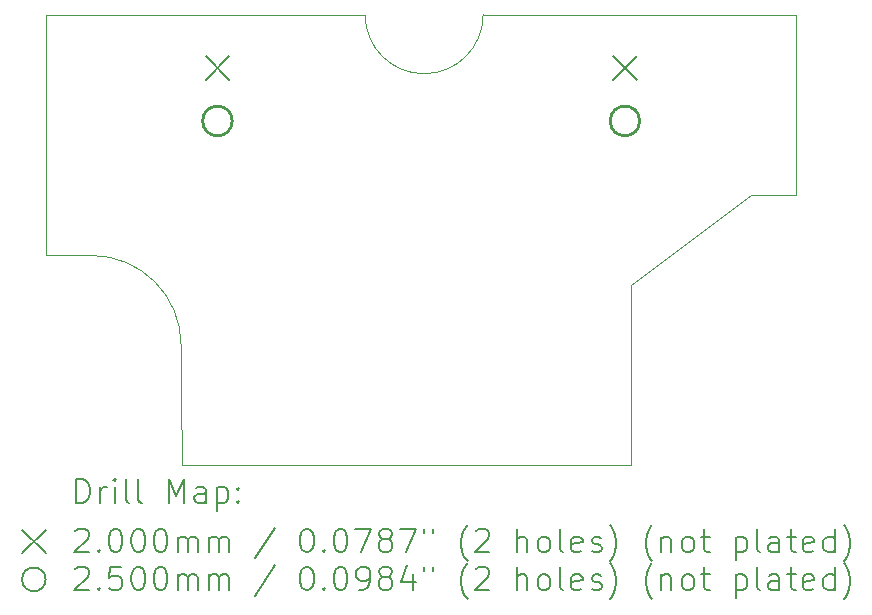
<source format=gbr>
%TF.GenerationSoftware,KiCad,Pcbnew,7.0.6*%
%TF.CreationDate,2023-08-15T03:17:18+01:00*%
%TF.ProjectId,GalaxyModPCB,47616c61-7879-44d6-9f64-5043422e6b69,rev?*%
%TF.SameCoordinates,Original*%
%TF.FileFunction,Drillmap*%
%TF.FilePolarity,Positive*%
%FSLAX45Y45*%
G04 Gerber Fmt 4.5, Leading zero omitted, Abs format (unit mm)*
G04 Created by KiCad (PCBNEW 7.0.6) date 2023-08-15 03:17:18*
%MOMM*%
%LPD*%
G01*
G04 APERTURE LIST*
%ADD10C,0.100000*%
%ADD11C,0.200000*%
%ADD12C,0.250000*%
G04 APERTURE END LIST*
D10*
X13700000Y-5100000D02*
G75*
G03*
X14700000Y-5100000I500000J0D01*
G01*
X14300000Y-8916000D02*
X15953000Y-8916000D01*
X14700000Y-5100000D02*
X17350000Y-5106000D01*
X11000000Y-5100000D02*
X11000000Y-7138000D01*
X12143000Y-7900000D02*
G75*
G03*
X11381000Y-7138000I-762000J0D01*
G01*
X12143000Y-8300000D02*
X12143000Y-7900000D01*
X12150000Y-8916000D02*
X14300000Y-8916000D01*
X16969000Y-6630000D02*
X15953000Y-7392000D01*
X12143000Y-8300000D02*
X12150000Y-8916000D01*
X15953000Y-7392000D02*
X15953000Y-8916000D01*
X13700000Y-5100000D02*
X11000000Y-5100000D01*
X17350000Y-6630000D02*
X16969000Y-6630000D01*
X17350000Y-5106000D02*
X17350000Y-6630000D01*
X11381000Y-7138000D02*
X11000000Y-7138000D01*
D11*
X12350000Y-5450000D02*
X12550000Y-5650000D01*
X12550000Y-5450000D02*
X12350000Y-5650000D01*
X15800000Y-5450000D02*
X16000000Y-5650000D01*
X16000000Y-5450000D02*
X15800000Y-5650000D01*
D12*
X12575000Y-6000000D02*
G75*
G03*
X12575000Y-6000000I-125000J0D01*
G01*
X16025000Y-6000000D02*
G75*
G03*
X16025000Y-6000000I-125000J0D01*
G01*
D11*
X11255777Y-9232484D02*
X11255777Y-9032484D01*
X11255777Y-9032484D02*
X11303396Y-9032484D01*
X11303396Y-9032484D02*
X11331967Y-9042008D01*
X11331967Y-9042008D02*
X11351015Y-9061055D01*
X11351015Y-9061055D02*
X11360539Y-9080103D01*
X11360539Y-9080103D02*
X11370062Y-9118198D01*
X11370062Y-9118198D02*
X11370062Y-9146770D01*
X11370062Y-9146770D02*
X11360539Y-9184865D01*
X11360539Y-9184865D02*
X11351015Y-9203912D01*
X11351015Y-9203912D02*
X11331967Y-9222960D01*
X11331967Y-9222960D02*
X11303396Y-9232484D01*
X11303396Y-9232484D02*
X11255777Y-9232484D01*
X11455777Y-9232484D02*
X11455777Y-9099150D01*
X11455777Y-9137246D02*
X11465301Y-9118198D01*
X11465301Y-9118198D02*
X11474824Y-9108674D01*
X11474824Y-9108674D02*
X11493872Y-9099150D01*
X11493872Y-9099150D02*
X11512920Y-9099150D01*
X11579586Y-9232484D02*
X11579586Y-9099150D01*
X11579586Y-9032484D02*
X11570062Y-9042008D01*
X11570062Y-9042008D02*
X11579586Y-9051531D01*
X11579586Y-9051531D02*
X11589110Y-9042008D01*
X11589110Y-9042008D02*
X11579586Y-9032484D01*
X11579586Y-9032484D02*
X11579586Y-9051531D01*
X11703396Y-9232484D02*
X11684348Y-9222960D01*
X11684348Y-9222960D02*
X11674824Y-9203912D01*
X11674824Y-9203912D02*
X11674824Y-9032484D01*
X11808158Y-9232484D02*
X11789110Y-9222960D01*
X11789110Y-9222960D02*
X11779586Y-9203912D01*
X11779586Y-9203912D02*
X11779586Y-9032484D01*
X12036729Y-9232484D02*
X12036729Y-9032484D01*
X12036729Y-9032484D02*
X12103396Y-9175341D01*
X12103396Y-9175341D02*
X12170062Y-9032484D01*
X12170062Y-9032484D02*
X12170062Y-9232484D01*
X12351015Y-9232484D02*
X12351015Y-9127722D01*
X12351015Y-9127722D02*
X12341491Y-9108674D01*
X12341491Y-9108674D02*
X12322443Y-9099150D01*
X12322443Y-9099150D02*
X12284348Y-9099150D01*
X12284348Y-9099150D02*
X12265301Y-9108674D01*
X12351015Y-9222960D02*
X12331967Y-9232484D01*
X12331967Y-9232484D02*
X12284348Y-9232484D01*
X12284348Y-9232484D02*
X12265301Y-9222960D01*
X12265301Y-9222960D02*
X12255777Y-9203912D01*
X12255777Y-9203912D02*
X12255777Y-9184865D01*
X12255777Y-9184865D02*
X12265301Y-9165817D01*
X12265301Y-9165817D02*
X12284348Y-9156293D01*
X12284348Y-9156293D02*
X12331967Y-9156293D01*
X12331967Y-9156293D02*
X12351015Y-9146770D01*
X12446253Y-9099150D02*
X12446253Y-9299150D01*
X12446253Y-9108674D02*
X12465301Y-9099150D01*
X12465301Y-9099150D02*
X12503396Y-9099150D01*
X12503396Y-9099150D02*
X12522443Y-9108674D01*
X12522443Y-9108674D02*
X12531967Y-9118198D01*
X12531967Y-9118198D02*
X12541491Y-9137246D01*
X12541491Y-9137246D02*
X12541491Y-9194389D01*
X12541491Y-9194389D02*
X12531967Y-9213436D01*
X12531967Y-9213436D02*
X12522443Y-9222960D01*
X12522443Y-9222960D02*
X12503396Y-9232484D01*
X12503396Y-9232484D02*
X12465301Y-9232484D01*
X12465301Y-9232484D02*
X12446253Y-9222960D01*
X12627205Y-9213436D02*
X12636729Y-9222960D01*
X12636729Y-9222960D02*
X12627205Y-9232484D01*
X12627205Y-9232484D02*
X12617682Y-9222960D01*
X12617682Y-9222960D02*
X12627205Y-9213436D01*
X12627205Y-9213436D02*
X12627205Y-9232484D01*
X12627205Y-9108674D02*
X12636729Y-9118198D01*
X12636729Y-9118198D02*
X12627205Y-9127722D01*
X12627205Y-9127722D02*
X12617682Y-9118198D01*
X12617682Y-9118198D02*
X12627205Y-9108674D01*
X12627205Y-9108674D02*
X12627205Y-9127722D01*
X10795000Y-9461000D02*
X10995000Y-9661000D01*
X10995000Y-9461000D02*
X10795000Y-9661000D01*
X11246253Y-9471531D02*
X11255777Y-9462008D01*
X11255777Y-9462008D02*
X11274824Y-9452484D01*
X11274824Y-9452484D02*
X11322443Y-9452484D01*
X11322443Y-9452484D02*
X11341491Y-9462008D01*
X11341491Y-9462008D02*
X11351015Y-9471531D01*
X11351015Y-9471531D02*
X11360539Y-9490579D01*
X11360539Y-9490579D02*
X11360539Y-9509627D01*
X11360539Y-9509627D02*
X11351015Y-9538198D01*
X11351015Y-9538198D02*
X11236729Y-9652484D01*
X11236729Y-9652484D02*
X11360539Y-9652484D01*
X11446253Y-9633436D02*
X11455777Y-9642960D01*
X11455777Y-9642960D02*
X11446253Y-9652484D01*
X11446253Y-9652484D02*
X11436729Y-9642960D01*
X11436729Y-9642960D02*
X11446253Y-9633436D01*
X11446253Y-9633436D02*
X11446253Y-9652484D01*
X11579586Y-9452484D02*
X11598634Y-9452484D01*
X11598634Y-9452484D02*
X11617682Y-9462008D01*
X11617682Y-9462008D02*
X11627205Y-9471531D01*
X11627205Y-9471531D02*
X11636729Y-9490579D01*
X11636729Y-9490579D02*
X11646253Y-9528674D01*
X11646253Y-9528674D02*
X11646253Y-9576293D01*
X11646253Y-9576293D02*
X11636729Y-9614389D01*
X11636729Y-9614389D02*
X11627205Y-9633436D01*
X11627205Y-9633436D02*
X11617682Y-9642960D01*
X11617682Y-9642960D02*
X11598634Y-9652484D01*
X11598634Y-9652484D02*
X11579586Y-9652484D01*
X11579586Y-9652484D02*
X11560539Y-9642960D01*
X11560539Y-9642960D02*
X11551015Y-9633436D01*
X11551015Y-9633436D02*
X11541491Y-9614389D01*
X11541491Y-9614389D02*
X11531967Y-9576293D01*
X11531967Y-9576293D02*
X11531967Y-9528674D01*
X11531967Y-9528674D02*
X11541491Y-9490579D01*
X11541491Y-9490579D02*
X11551015Y-9471531D01*
X11551015Y-9471531D02*
X11560539Y-9462008D01*
X11560539Y-9462008D02*
X11579586Y-9452484D01*
X11770062Y-9452484D02*
X11789110Y-9452484D01*
X11789110Y-9452484D02*
X11808158Y-9462008D01*
X11808158Y-9462008D02*
X11817682Y-9471531D01*
X11817682Y-9471531D02*
X11827205Y-9490579D01*
X11827205Y-9490579D02*
X11836729Y-9528674D01*
X11836729Y-9528674D02*
X11836729Y-9576293D01*
X11836729Y-9576293D02*
X11827205Y-9614389D01*
X11827205Y-9614389D02*
X11817682Y-9633436D01*
X11817682Y-9633436D02*
X11808158Y-9642960D01*
X11808158Y-9642960D02*
X11789110Y-9652484D01*
X11789110Y-9652484D02*
X11770062Y-9652484D01*
X11770062Y-9652484D02*
X11751015Y-9642960D01*
X11751015Y-9642960D02*
X11741491Y-9633436D01*
X11741491Y-9633436D02*
X11731967Y-9614389D01*
X11731967Y-9614389D02*
X11722443Y-9576293D01*
X11722443Y-9576293D02*
X11722443Y-9528674D01*
X11722443Y-9528674D02*
X11731967Y-9490579D01*
X11731967Y-9490579D02*
X11741491Y-9471531D01*
X11741491Y-9471531D02*
X11751015Y-9462008D01*
X11751015Y-9462008D02*
X11770062Y-9452484D01*
X11960539Y-9452484D02*
X11979586Y-9452484D01*
X11979586Y-9452484D02*
X11998634Y-9462008D01*
X11998634Y-9462008D02*
X12008158Y-9471531D01*
X12008158Y-9471531D02*
X12017682Y-9490579D01*
X12017682Y-9490579D02*
X12027205Y-9528674D01*
X12027205Y-9528674D02*
X12027205Y-9576293D01*
X12027205Y-9576293D02*
X12017682Y-9614389D01*
X12017682Y-9614389D02*
X12008158Y-9633436D01*
X12008158Y-9633436D02*
X11998634Y-9642960D01*
X11998634Y-9642960D02*
X11979586Y-9652484D01*
X11979586Y-9652484D02*
X11960539Y-9652484D01*
X11960539Y-9652484D02*
X11941491Y-9642960D01*
X11941491Y-9642960D02*
X11931967Y-9633436D01*
X11931967Y-9633436D02*
X11922443Y-9614389D01*
X11922443Y-9614389D02*
X11912920Y-9576293D01*
X11912920Y-9576293D02*
X11912920Y-9528674D01*
X11912920Y-9528674D02*
X11922443Y-9490579D01*
X11922443Y-9490579D02*
X11931967Y-9471531D01*
X11931967Y-9471531D02*
X11941491Y-9462008D01*
X11941491Y-9462008D02*
X11960539Y-9452484D01*
X12112920Y-9652484D02*
X12112920Y-9519150D01*
X12112920Y-9538198D02*
X12122443Y-9528674D01*
X12122443Y-9528674D02*
X12141491Y-9519150D01*
X12141491Y-9519150D02*
X12170063Y-9519150D01*
X12170063Y-9519150D02*
X12189110Y-9528674D01*
X12189110Y-9528674D02*
X12198634Y-9547722D01*
X12198634Y-9547722D02*
X12198634Y-9652484D01*
X12198634Y-9547722D02*
X12208158Y-9528674D01*
X12208158Y-9528674D02*
X12227205Y-9519150D01*
X12227205Y-9519150D02*
X12255777Y-9519150D01*
X12255777Y-9519150D02*
X12274824Y-9528674D01*
X12274824Y-9528674D02*
X12284348Y-9547722D01*
X12284348Y-9547722D02*
X12284348Y-9652484D01*
X12379586Y-9652484D02*
X12379586Y-9519150D01*
X12379586Y-9538198D02*
X12389110Y-9528674D01*
X12389110Y-9528674D02*
X12408158Y-9519150D01*
X12408158Y-9519150D02*
X12436729Y-9519150D01*
X12436729Y-9519150D02*
X12455777Y-9528674D01*
X12455777Y-9528674D02*
X12465301Y-9547722D01*
X12465301Y-9547722D02*
X12465301Y-9652484D01*
X12465301Y-9547722D02*
X12474824Y-9528674D01*
X12474824Y-9528674D02*
X12493872Y-9519150D01*
X12493872Y-9519150D02*
X12522443Y-9519150D01*
X12522443Y-9519150D02*
X12541491Y-9528674D01*
X12541491Y-9528674D02*
X12551015Y-9547722D01*
X12551015Y-9547722D02*
X12551015Y-9652484D01*
X12941491Y-9442960D02*
X12770063Y-9700103D01*
X13198634Y-9452484D02*
X13217682Y-9452484D01*
X13217682Y-9452484D02*
X13236729Y-9462008D01*
X13236729Y-9462008D02*
X13246253Y-9471531D01*
X13246253Y-9471531D02*
X13255777Y-9490579D01*
X13255777Y-9490579D02*
X13265301Y-9528674D01*
X13265301Y-9528674D02*
X13265301Y-9576293D01*
X13265301Y-9576293D02*
X13255777Y-9614389D01*
X13255777Y-9614389D02*
X13246253Y-9633436D01*
X13246253Y-9633436D02*
X13236729Y-9642960D01*
X13236729Y-9642960D02*
X13217682Y-9652484D01*
X13217682Y-9652484D02*
X13198634Y-9652484D01*
X13198634Y-9652484D02*
X13179586Y-9642960D01*
X13179586Y-9642960D02*
X13170063Y-9633436D01*
X13170063Y-9633436D02*
X13160539Y-9614389D01*
X13160539Y-9614389D02*
X13151015Y-9576293D01*
X13151015Y-9576293D02*
X13151015Y-9528674D01*
X13151015Y-9528674D02*
X13160539Y-9490579D01*
X13160539Y-9490579D02*
X13170063Y-9471531D01*
X13170063Y-9471531D02*
X13179586Y-9462008D01*
X13179586Y-9462008D02*
X13198634Y-9452484D01*
X13351015Y-9633436D02*
X13360539Y-9642960D01*
X13360539Y-9642960D02*
X13351015Y-9652484D01*
X13351015Y-9652484D02*
X13341491Y-9642960D01*
X13341491Y-9642960D02*
X13351015Y-9633436D01*
X13351015Y-9633436D02*
X13351015Y-9652484D01*
X13484348Y-9452484D02*
X13503396Y-9452484D01*
X13503396Y-9452484D02*
X13522444Y-9462008D01*
X13522444Y-9462008D02*
X13531967Y-9471531D01*
X13531967Y-9471531D02*
X13541491Y-9490579D01*
X13541491Y-9490579D02*
X13551015Y-9528674D01*
X13551015Y-9528674D02*
X13551015Y-9576293D01*
X13551015Y-9576293D02*
X13541491Y-9614389D01*
X13541491Y-9614389D02*
X13531967Y-9633436D01*
X13531967Y-9633436D02*
X13522444Y-9642960D01*
X13522444Y-9642960D02*
X13503396Y-9652484D01*
X13503396Y-9652484D02*
X13484348Y-9652484D01*
X13484348Y-9652484D02*
X13465301Y-9642960D01*
X13465301Y-9642960D02*
X13455777Y-9633436D01*
X13455777Y-9633436D02*
X13446253Y-9614389D01*
X13446253Y-9614389D02*
X13436729Y-9576293D01*
X13436729Y-9576293D02*
X13436729Y-9528674D01*
X13436729Y-9528674D02*
X13446253Y-9490579D01*
X13446253Y-9490579D02*
X13455777Y-9471531D01*
X13455777Y-9471531D02*
X13465301Y-9462008D01*
X13465301Y-9462008D02*
X13484348Y-9452484D01*
X13617682Y-9452484D02*
X13751015Y-9452484D01*
X13751015Y-9452484D02*
X13665301Y-9652484D01*
X13855777Y-9538198D02*
X13836729Y-9528674D01*
X13836729Y-9528674D02*
X13827206Y-9519150D01*
X13827206Y-9519150D02*
X13817682Y-9500103D01*
X13817682Y-9500103D02*
X13817682Y-9490579D01*
X13817682Y-9490579D02*
X13827206Y-9471531D01*
X13827206Y-9471531D02*
X13836729Y-9462008D01*
X13836729Y-9462008D02*
X13855777Y-9452484D01*
X13855777Y-9452484D02*
X13893872Y-9452484D01*
X13893872Y-9452484D02*
X13912920Y-9462008D01*
X13912920Y-9462008D02*
X13922444Y-9471531D01*
X13922444Y-9471531D02*
X13931967Y-9490579D01*
X13931967Y-9490579D02*
X13931967Y-9500103D01*
X13931967Y-9500103D02*
X13922444Y-9519150D01*
X13922444Y-9519150D02*
X13912920Y-9528674D01*
X13912920Y-9528674D02*
X13893872Y-9538198D01*
X13893872Y-9538198D02*
X13855777Y-9538198D01*
X13855777Y-9538198D02*
X13836729Y-9547722D01*
X13836729Y-9547722D02*
X13827206Y-9557246D01*
X13827206Y-9557246D02*
X13817682Y-9576293D01*
X13817682Y-9576293D02*
X13817682Y-9614389D01*
X13817682Y-9614389D02*
X13827206Y-9633436D01*
X13827206Y-9633436D02*
X13836729Y-9642960D01*
X13836729Y-9642960D02*
X13855777Y-9652484D01*
X13855777Y-9652484D02*
X13893872Y-9652484D01*
X13893872Y-9652484D02*
X13912920Y-9642960D01*
X13912920Y-9642960D02*
X13922444Y-9633436D01*
X13922444Y-9633436D02*
X13931967Y-9614389D01*
X13931967Y-9614389D02*
X13931967Y-9576293D01*
X13931967Y-9576293D02*
X13922444Y-9557246D01*
X13922444Y-9557246D02*
X13912920Y-9547722D01*
X13912920Y-9547722D02*
X13893872Y-9538198D01*
X13998634Y-9452484D02*
X14131967Y-9452484D01*
X14131967Y-9452484D02*
X14046253Y-9652484D01*
X14198634Y-9452484D02*
X14198634Y-9490579D01*
X14274825Y-9452484D02*
X14274825Y-9490579D01*
X14570063Y-9728674D02*
X14560539Y-9719150D01*
X14560539Y-9719150D02*
X14541491Y-9690579D01*
X14541491Y-9690579D02*
X14531968Y-9671531D01*
X14531968Y-9671531D02*
X14522444Y-9642960D01*
X14522444Y-9642960D02*
X14512920Y-9595341D01*
X14512920Y-9595341D02*
X14512920Y-9557246D01*
X14512920Y-9557246D02*
X14522444Y-9509627D01*
X14522444Y-9509627D02*
X14531968Y-9481055D01*
X14531968Y-9481055D02*
X14541491Y-9462008D01*
X14541491Y-9462008D02*
X14560539Y-9433436D01*
X14560539Y-9433436D02*
X14570063Y-9423912D01*
X14636729Y-9471531D02*
X14646253Y-9462008D01*
X14646253Y-9462008D02*
X14665301Y-9452484D01*
X14665301Y-9452484D02*
X14712920Y-9452484D01*
X14712920Y-9452484D02*
X14731968Y-9462008D01*
X14731968Y-9462008D02*
X14741491Y-9471531D01*
X14741491Y-9471531D02*
X14751015Y-9490579D01*
X14751015Y-9490579D02*
X14751015Y-9509627D01*
X14751015Y-9509627D02*
X14741491Y-9538198D01*
X14741491Y-9538198D02*
X14627206Y-9652484D01*
X14627206Y-9652484D02*
X14751015Y-9652484D01*
X14989110Y-9652484D02*
X14989110Y-9452484D01*
X15074825Y-9652484D02*
X15074825Y-9547722D01*
X15074825Y-9547722D02*
X15065301Y-9528674D01*
X15065301Y-9528674D02*
X15046253Y-9519150D01*
X15046253Y-9519150D02*
X15017682Y-9519150D01*
X15017682Y-9519150D02*
X14998634Y-9528674D01*
X14998634Y-9528674D02*
X14989110Y-9538198D01*
X15198634Y-9652484D02*
X15179587Y-9642960D01*
X15179587Y-9642960D02*
X15170063Y-9633436D01*
X15170063Y-9633436D02*
X15160539Y-9614389D01*
X15160539Y-9614389D02*
X15160539Y-9557246D01*
X15160539Y-9557246D02*
X15170063Y-9538198D01*
X15170063Y-9538198D02*
X15179587Y-9528674D01*
X15179587Y-9528674D02*
X15198634Y-9519150D01*
X15198634Y-9519150D02*
X15227206Y-9519150D01*
X15227206Y-9519150D02*
X15246253Y-9528674D01*
X15246253Y-9528674D02*
X15255777Y-9538198D01*
X15255777Y-9538198D02*
X15265301Y-9557246D01*
X15265301Y-9557246D02*
X15265301Y-9614389D01*
X15265301Y-9614389D02*
X15255777Y-9633436D01*
X15255777Y-9633436D02*
X15246253Y-9642960D01*
X15246253Y-9642960D02*
X15227206Y-9652484D01*
X15227206Y-9652484D02*
X15198634Y-9652484D01*
X15379587Y-9652484D02*
X15360539Y-9642960D01*
X15360539Y-9642960D02*
X15351015Y-9623912D01*
X15351015Y-9623912D02*
X15351015Y-9452484D01*
X15531968Y-9642960D02*
X15512920Y-9652484D01*
X15512920Y-9652484D02*
X15474825Y-9652484D01*
X15474825Y-9652484D02*
X15455777Y-9642960D01*
X15455777Y-9642960D02*
X15446253Y-9623912D01*
X15446253Y-9623912D02*
X15446253Y-9547722D01*
X15446253Y-9547722D02*
X15455777Y-9528674D01*
X15455777Y-9528674D02*
X15474825Y-9519150D01*
X15474825Y-9519150D02*
X15512920Y-9519150D01*
X15512920Y-9519150D02*
X15531968Y-9528674D01*
X15531968Y-9528674D02*
X15541491Y-9547722D01*
X15541491Y-9547722D02*
X15541491Y-9566770D01*
X15541491Y-9566770D02*
X15446253Y-9585817D01*
X15617682Y-9642960D02*
X15636730Y-9652484D01*
X15636730Y-9652484D02*
X15674825Y-9652484D01*
X15674825Y-9652484D02*
X15693872Y-9642960D01*
X15693872Y-9642960D02*
X15703396Y-9623912D01*
X15703396Y-9623912D02*
X15703396Y-9614389D01*
X15703396Y-9614389D02*
X15693872Y-9595341D01*
X15693872Y-9595341D02*
X15674825Y-9585817D01*
X15674825Y-9585817D02*
X15646253Y-9585817D01*
X15646253Y-9585817D02*
X15627206Y-9576293D01*
X15627206Y-9576293D02*
X15617682Y-9557246D01*
X15617682Y-9557246D02*
X15617682Y-9547722D01*
X15617682Y-9547722D02*
X15627206Y-9528674D01*
X15627206Y-9528674D02*
X15646253Y-9519150D01*
X15646253Y-9519150D02*
X15674825Y-9519150D01*
X15674825Y-9519150D02*
X15693872Y-9528674D01*
X15770063Y-9728674D02*
X15779587Y-9719150D01*
X15779587Y-9719150D02*
X15798634Y-9690579D01*
X15798634Y-9690579D02*
X15808158Y-9671531D01*
X15808158Y-9671531D02*
X15817682Y-9642960D01*
X15817682Y-9642960D02*
X15827206Y-9595341D01*
X15827206Y-9595341D02*
X15827206Y-9557246D01*
X15827206Y-9557246D02*
X15817682Y-9509627D01*
X15817682Y-9509627D02*
X15808158Y-9481055D01*
X15808158Y-9481055D02*
X15798634Y-9462008D01*
X15798634Y-9462008D02*
X15779587Y-9433436D01*
X15779587Y-9433436D02*
X15770063Y-9423912D01*
X16131968Y-9728674D02*
X16122444Y-9719150D01*
X16122444Y-9719150D02*
X16103396Y-9690579D01*
X16103396Y-9690579D02*
X16093872Y-9671531D01*
X16093872Y-9671531D02*
X16084349Y-9642960D01*
X16084349Y-9642960D02*
X16074825Y-9595341D01*
X16074825Y-9595341D02*
X16074825Y-9557246D01*
X16074825Y-9557246D02*
X16084349Y-9509627D01*
X16084349Y-9509627D02*
X16093872Y-9481055D01*
X16093872Y-9481055D02*
X16103396Y-9462008D01*
X16103396Y-9462008D02*
X16122444Y-9433436D01*
X16122444Y-9433436D02*
X16131968Y-9423912D01*
X16208158Y-9519150D02*
X16208158Y-9652484D01*
X16208158Y-9538198D02*
X16217682Y-9528674D01*
X16217682Y-9528674D02*
X16236730Y-9519150D01*
X16236730Y-9519150D02*
X16265301Y-9519150D01*
X16265301Y-9519150D02*
X16284349Y-9528674D01*
X16284349Y-9528674D02*
X16293872Y-9547722D01*
X16293872Y-9547722D02*
X16293872Y-9652484D01*
X16417682Y-9652484D02*
X16398634Y-9642960D01*
X16398634Y-9642960D02*
X16389111Y-9633436D01*
X16389111Y-9633436D02*
X16379587Y-9614389D01*
X16379587Y-9614389D02*
X16379587Y-9557246D01*
X16379587Y-9557246D02*
X16389111Y-9538198D01*
X16389111Y-9538198D02*
X16398634Y-9528674D01*
X16398634Y-9528674D02*
X16417682Y-9519150D01*
X16417682Y-9519150D02*
X16446253Y-9519150D01*
X16446253Y-9519150D02*
X16465301Y-9528674D01*
X16465301Y-9528674D02*
X16474825Y-9538198D01*
X16474825Y-9538198D02*
X16484349Y-9557246D01*
X16484349Y-9557246D02*
X16484349Y-9614389D01*
X16484349Y-9614389D02*
X16474825Y-9633436D01*
X16474825Y-9633436D02*
X16465301Y-9642960D01*
X16465301Y-9642960D02*
X16446253Y-9652484D01*
X16446253Y-9652484D02*
X16417682Y-9652484D01*
X16541492Y-9519150D02*
X16617682Y-9519150D01*
X16570063Y-9452484D02*
X16570063Y-9623912D01*
X16570063Y-9623912D02*
X16579587Y-9642960D01*
X16579587Y-9642960D02*
X16598634Y-9652484D01*
X16598634Y-9652484D02*
X16617682Y-9652484D01*
X16836730Y-9519150D02*
X16836730Y-9719150D01*
X16836730Y-9528674D02*
X16855777Y-9519150D01*
X16855777Y-9519150D02*
X16893873Y-9519150D01*
X16893873Y-9519150D02*
X16912920Y-9528674D01*
X16912920Y-9528674D02*
X16922444Y-9538198D01*
X16922444Y-9538198D02*
X16931968Y-9557246D01*
X16931968Y-9557246D02*
X16931968Y-9614389D01*
X16931968Y-9614389D02*
X16922444Y-9633436D01*
X16922444Y-9633436D02*
X16912920Y-9642960D01*
X16912920Y-9642960D02*
X16893873Y-9652484D01*
X16893873Y-9652484D02*
X16855777Y-9652484D01*
X16855777Y-9652484D02*
X16836730Y-9642960D01*
X17046254Y-9652484D02*
X17027206Y-9642960D01*
X17027206Y-9642960D02*
X17017682Y-9623912D01*
X17017682Y-9623912D02*
X17017682Y-9452484D01*
X17208158Y-9652484D02*
X17208158Y-9547722D01*
X17208158Y-9547722D02*
X17198635Y-9528674D01*
X17198635Y-9528674D02*
X17179587Y-9519150D01*
X17179587Y-9519150D02*
X17141492Y-9519150D01*
X17141492Y-9519150D02*
X17122444Y-9528674D01*
X17208158Y-9642960D02*
X17189111Y-9652484D01*
X17189111Y-9652484D02*
X17141492Y-9652484D01*
X17141492Y-9652484D02*
X17122444Y-9642960D01*
X17122444Y-9642960D02*
X17112920Y-9623912D01*
X17112920Y-9623912D02*
X17112920Y-9604865D01*
X17112920Y-9604865D02*
X17122444Y-9585817D01*
X17122444Y-9585817D02*
X17141492Y-9576293D01*
X17141492Y-9576293D02*
X17189111Y-9576293D01*
X17189111Y-9576293D02*
X17208158Y-9566770D01*
X17274825Y-9519150D02*
X17351015Y-9519150D01*
X17303396Y-9452484D02*
X17303396Y-9623912D01*
X17303396Y-9623912D02*
X17312920Y-9642960D01*
X17312920Y-9642960D02*
X17331968Y-9652484D01*
X17331968Y-9652484D02*
X17351015Y-9652484D01*
X17493873Y-9642960D02*
X17474825Y-9652484D01*
X17474825Y-9652484D02*
X17436730Y-9652484D01*
X17436730Y-9652484D02*
X17417682Y-9642960D01*
X17417682Y-9642960D02*
X17408158Y-9623912D01*
X17408158Y-9623912D02*
X17408158Y-9547722D01*
X17408158Y-9547722D02*
X17417682Y-9528674D01*
X17417682Y-9528674D02*
X17436730Y-9519150D01*
X17436730Y-9519150D02*
X17474825Y-9519150D01*
X17474825Y-9519150D02*
X17493873Y-9528674D01*
X17493873Y-9528674D02*
X17503396Y-9547722D01*
X17503396Y-9547722D02*
X17503396Y-9566770D01*
X17503396Y-9566770D02*
X17408158Y-9585817D01*
X17674825Y-9652484D02*
X17674825Y-9452484D01*
X17674825Y-9642960D02*
X17655777Y-9652484D01*
X17655777Y-9652484D02*
X17617682Y-9652484D01*
X17617682Y-9652484D02*
X17598635Y-9642960D01*
X17598635Y-9642960D02*
X17589111Y-9633436D01*
X17589111Y-9633436D02*
X17579587Y-9614389D01*
X17579587Y-9614389D02*
X17579587Y-9557246D01*
X17579587Y-9557246D02*
X17589111Y-9538198D01*
X17589111Y-9538198D02*
X17598635Y-9528674D01*
X17598635Y-9528674D02*
X17617682Y-9519150D01*
X17617682Y-9519150D02*
X17655777Y-9519150D01*
X17655777Y-9519150D02*
X17674825Y-9528674D01*
X17751016Y-9728674D02*
X17760539Y-9719150D01*
X17760539Y-9719150D02*
X17779587Y-9690579D01*
X17779587Y-9690579D02*
X17789111Y-9671531D01*
X17789111Y-9671531D02*
X17798635Y-9642960D01*
X17798635Y-9642960D02*
X17808158Y-9595341D01*
X17808158Y-9595341D02*
X17808158Y-9557246D01*
X17808158Y-9557246D02*
X17798635Y-9509627D01*
X17798635Y-9509627D02*
X17789111Y-9481055D01*
X17789111Y-9481055D02*
X17779587Y-9462008D01*
X17779587Y-9462008D02*
X17760539Y-9433436D01*
X17760539Y-9433436D02*
X17751016Y-9423912D01*
X10995000Y-9881000D02*
G75*
G03*
X10995000Y-9881000I-100000J0D01*
G01*
X11246253Y-9791531D02*
X11255777Y-9782008D01*
X11255777Y-9782008D02*
X11274824Y-9772484D01*
X11274824Y-9772484D02*
X11322443Y-9772484D01*
X11322443Y-9772484D02*
X11341491Y-9782008D01*
X11341491Y-9782008D02*
X11351015Y-9791531D01*
X11351015Y-9791531D02*
X11360539Y-9810579D01*
X11360539Y-9810579D02*
X11360539Y-9829627D01*
X11360539Y-9829627D02*
X11351015Y-9858198D01*
X11351015Y-9858198D02*
X11236729Y-9972484D01*
X11236729Y-9972484D02*
X11360539Y-9972484D01*
X11446253Y-9953436D02*
X11455777Y-9962960D01*
X11455777Y-9962960D02*
X11446253Y-9972484D01*
X11446253Y-9972484D02*
X11436729Y-9962960D01*
X11436729Y-9962960D02*
X11446253Y-9953436D01*
X11446253Y-9953436D02*
X11446253Y-9972484D01*
X11636729Y-9772484D02*
X11541491Y-9772484D01*
X11541491Y-9772484D02*
X11531967Y-9867722D01*
X11531967Y-9867722D02*
X11541491Y-9858198D01*
X11541491Y-9858198D02*
X11560539Y-9848674D01*
X11560539Y-9848674D02*
X11608158Y-9848674D01*
X11608158Y-9848674D02*
X11627205Y-9858198D01*
X11627205Y-9858198D02*
X11636729Y-9867722D01*
X11636729Y-9867722D02*
X11646253Y-9886770D01*
X11646253Y-9886770D02*
X11646253Y-9934389D01*
X11646253Y-9934389D02*
X11636729Y-9953436D01*
X11636729Y-9953436D02*
X11627205Y-9962960D01*
X11627205Y-9962960D02*
X11608158Y-9972484D01*
X11608158Y-9972484D02*
X11560539Y-9972484D01*
X11560539Y-9972484D02*
X11541491Y-9962960D01*
X11541491Y-9962960D02*
X11531967Y-9953436D01*
X11770062Y-9772484D02*
X11789110Y-9772484D01*
X11789110Y-9772484D02*
X11808158Y-9782008D01*
X11808158Y-9782008D02*
X11817682Y-9791531D01*
X11817682Y-9791531D02*
X11827205Y-9810579D01*
X11827205Y-9810579D02*
X11836729Y-9848674D01*
X11836729Y-9848674D02*
X11836729Y-9896293D01*
X11836729Y-9896293D02*
X11827205Y-9934389D01*
X11827205Y-9934389D02*
X11817682Y-9953436D01*
X11817682Y-9953436D02*
X11808158Y-9962960D01*
X11808158Y-9962960D02*
X11789110Y-9972484D01*
X11789110Y-9972484D02*
X11770062Y-9972484D01*
X11770062Y-9972484D02*
X11751015Y-9962960D01*
X11751015Y-9962960D02*
X11741491Y-9953436D01*
X11741491Y-9953436D02*
X11731967Y-9934389D01*
X11731967Y-9934389D02*
X11722443Y-9896293D01*
X11722443Y-9896293D02*
X11722443Y-9848674D01*
X11722443Y-9848674D02*
X11731967Y-9810579D01*
X11731967Y-9810579D02*
X11741491Y-9791531D01*
X11741491Y-9791531D02*
X11751015Y-9782008D01*
X11751015Y-9782008D02*
X11770062Y-9772484D01*
X11960539Y-9772484D02*
X11979586Y-9772484D01*
X11979586Y-9772484D02*
X11998634Y-9782008D01*
X11998634Y-9782008D02*
X12008158Y-9791531D01*
X12008158Y-9791531D02*
X12017682Y-9810579D01*
X12017682Y-9810579D02*
X12027205Y-9848674D01*
X12027205Y-9848674D02*
X12027205Y-9896293D01*
X12027205Y-9896293D02*
X12017682Y-9934389D01*
X12017682Y-9934389D02*
X12008158Y-9953436D01*
X12008158Y-9953436D02*
X11998634Y-9962960D01*
X11998634Y-9962960D02*
X11979586Y-9972484D01*
X11979586Y-9972484D02*
X11960539Y-9972484D01*
X11960539Y-9972484D02*
X11941491Y-9962960D01*
X11941491Y-9962960D02*
X11931967Y-9953436D01*
X11931967Y-9953436D02*
X11922443Y-9934389D01*
X11922443Y-9934389D02*
X11912920Y-9896293D01*
X11912920Y-9896293D02*
X11912920Y-9848674D01*
X11912920Y-9848674D02*
X11922443Y-9810579D01*
X11922443Y-9810579D02*
X11931967Y-9791531D01*
X11931967Y-9791531D02*
X11941491Y-9782008D01*
X11941491Y-9782008D02*
X11960539Y-9772484D01*
X12112920Y-9972484D02*
X12112920Y-9839150D01*
X12112920Y-9858198D02*
X12122443Y-9848674D01*
X12122443Y-9848674D02*
X12141491Y-9839150D01*
X12141491Y-9839150D02*
X12170063Y-9839150D01*
X12170063Y-9839150D02*
X12189110Y-9848674D01*
X12189110Y-9848674D02*
X12198634Y-9867722D01*
X12198634Y-9867722D02*
X12198634Y-9972484D01*
X12198634Y-9867722D02*
X12208158Y-9848674D01*
X12208158Y-9848674D02*
X12227205Y-9839150D01*
X12227205Y-9839150D02*
X12255777Y-9839150D01*
X12255777Y-9839150D02*
X12274824Y-9848674D01*
X12274824Y-9848674D02*
X12284348Y-9867722D01*
X12284348Y-9867722D02*
X12284348Y-9972484D01*
X12379586Y-9972484D02*
X12379586Y-9839150D01*
X12379586Y-9858198D02*
X12389110Y-9848674D01*
X12389110Y-9848674D02*
X12408158Y-9839150D01*
X12408158Y-9839150D02*
X12436729Y-9839150D01*
X12436729Y-9839150D02*
X12455777Y-9848674D01*
X12455777Y-9848674D02*
X12465301Y-9867722D01*
X12465301Y-9867722D02*
X12465301Y-9972484D01*
X12465301Y-9867722D02*
X12474824Y-9848674D01*
X12474824Y-9848674D02*
X12493872Y-9839150D01*
X12493872Y-9839150D02*
X12522443Y-9839150D01*
X12522443Y-9839150D02*
X12541491Y-9848674D01*
X12541491Y-9848674D02*
X12551015Y-9867722D01*
X12551015Y-9867722D02*
X12551015Y-9972484D01*
X12941491Y-9762960D02*
X12770063Y-10020103D01*
X13198634Y-9772484D02*
X13217682Y-9772484D01*
X13217682Y-9772484D02*
X13236729Y-9782008D01*
X13236729Y-9782008D02*
X13246253Y-9791531D01*
X13246253Y-9791531D02*
X13255777Y-9810579D01*
X13255777Y-9810579D02*
X13265301Y-9848674D01*
X13265301Y-9848674D02*
X13265301Y-9896293D01*
X13265301Y-9896293D02*
X13255777Y-9934389D01*
X13255777Y-9934389D02*
X13246253Y-9953436D01*
X13246253Y-9953436D02*
X13236729Y-9962960D01*
X13236729Y-9962960D02*
X13217682Y-9972484D01*
X13217682Y-9972484D02*
X13198634Y-9972484D01*
X13198634Y-9972484D02*
X13179586Y-9962960D01*
X13179586Y-9962960D02*
X13170063Y-9953436D01*
X13170063Y-9953436D02*
X13160539Y-9934389D01*
X13160539Y-9934389D02*
X13151015Y-9896293D01*
X13151015Y-9896293D02*
X13151015Y-9848674D01*
X13151015Y-9848674D02*
X13160539Y-9810579D01*
X13160539Y-9810579D02*
X13170063Y-9791531D01*
X13170063Y-9791531D02*
X13179586Y-9782008D01*
X13179586Y-9782008D02*
X13198634Y-9772484D01*
X13351015Y-9953436D02*
X13360539Y-9962960D01*
X13360539Y-9962960D02*
X13351015Y-9972484D01*
X13351015Y-9972484D02*
X13341491Y-9962960D01*
X13341491Y-9962960D02*
X13351015Y-9953436D01*
X13351015Y-9953436D02*
X13351015Y-9972484D01*
X13484348Y-9772484D02*
X13503396Y-9772484D01*
X13503396Y-9772484D02*
X13522444Y-9782008D01*
X13522444Y-9782008D02*
X13531967Y-9791531D01*
X13531967Y-9791531D02*
X13541491Y-9810579D01*
X13541491Y-9810579D02*
X13551015Y-9848674D01*
X13551015Y-9848674D02*
X13551015Y-9896293D01*
X13551015Y-9896293D02*
X13541491Y-9934389D01*
X13541491Y-9934389D02*
X13531967Y-9953436D01*
X13531967Y-9953436D02*
X13522444Y-9962960D01*
X13522444Y-9962960D02*
X13503396Y-9972484D01*
X13503396Y-9972484D02*
X13484348Y-9972484D01*
X13484348Y-9972484D02*
X13465301Y-9962960D01*
X13465301Y-9962960D02*
X13455777Y-9953436D01*
X13455777Y-9953436D02*
X13446253Y-9934389D01*
X13446253Y-9934389D02*
X13436729Y-9896293D01*
X13436729Y-9896293D02*
X13436729Y-9848674D01*
X13436729Y-9848674D02*
X13446253Y-9810579D01*
X13446253Y-9810579D02*
X13455777Y-9791531D01*
X13455777Y-9791531D02*
X13465301Y-9782008D01*
X13465301Y-9782008D02*
X13484348Y-9772484D01*
X13646253Y-9972484D02*
X13684348Y-9972484D01*
X13684348Y-9972484D02*
X13703396Y-9962960D01*
X13703396Y-9962960D02*
X13712920Y-9953436D01*
X13712920Y-9953436D02*
X13731967Y-9924865D01*
X13731967Y-9924865D02*
X13741491Y-9886770D01*
X13741491Y-9886770D02*
X13741491Y-9810579D01*
X13741491Y-9810579D02*
X13731967Y-9791531D01*
X13731967Y-9791531D02*
X13722444Y-9782008D01*
X13722444Y-9782008D02*
X13703396Y-9772484D01*
X13703396Y-9772484D02*
X13665301Y-9772484D01*
X13665301Y-9772484D02*
X13646253Y-9782008D01*
X13646253Y-9782008D02*
X13636729Y-9791531D01*
X13636729Y-9791531D02*
X13627206Y-9810579D01*
X13627206Y-9810579D02*
X13627206Y-9858198D01*
X13627206Y-9858198D02*
X13636729Y-9877246D01*
X13636729Y-9877246D02*
X13646253Y-9886770D01*
X13646253Y-9886770D02*
X13665301Y-9896293D01*
X13665301Y-9896293D02*
X13703396Y-9896293D01*
X13703396Y-9896293D02*
X13722444Y-9886770D01*
X13722444Y-9886770D02*
X13731967Y-9877246D01*
X13731967Y-9877246D02*
X13741491Y-9858198D01*
X13855777Y-9858198D02*
X13836729Y-9848674D01*
X13836729Y-9848674D02*
X13827206Y-9839150D01*
X13827206Y-9839150D02*
X13817682Y-9820103D01*
X13817682Y-9820103D02*
X13817682Y-9810579D01*
X13817682Y-9810579D02*
X13827206Y-9791531D01*
X13827206Y-9791531D02*
X13836729Y-9782008D01*
X13836729Y-9782008D02*
X13855777Y-9772484D01*
X13855777Y-9772484D02*
X13893872Y-9772484D01*
X13893872Y-9772484D02*
X13912920Y-9782008D01*
X13912920Y-9782008D02*
X13922444Y-9791531D01*
X13922444Y-9791531D02*
X13931967Y-9810579D01*
X13931967Y-9810579D02*
X13931967Y-9820103D01*
X13931967Y-9820103D02*
X13922444Y-9839150D01*
X13922444Y-9839150D02*
X13912920Y-9848674D01*
X13912920Y-9848674D02*
X13893872Y-9858198D01*
X13893872Y-9858198D02*
X13855777Y-9858198D01*
X13855777Y-9858198D02*
X13836729Y-9867722D01*
X13836729Y-9867722D02*
X13827206Y-9877246D01*
X13827206Y-9877246D02*
X13817682Y-9896293D01*
X13817682Y-9896293D02*
X13817682Y-9934389D01*
X13817682Y-9934389D02*
X13827206Y-9953436D01*
X13827206Y-9953436D02*
X13836729Y-9962960D01*
X13836729Y-9962960D02*
X13855777Y-9972484D01*
X13855777Y-9972484D02*
X13893872Y-9972484D01*
X13893872Y-9972484D02*
X13912920Y-9962960D01*
X13912920Y-9962960D02*
X13922444Y-9953436D01*
X13922444Y-9953436D02*
X13931967Y-9934389D01*
X13931967Y-9934389D02*
X13931967Y-9896293D01*
X13931967Y-9896293D02*
X13922444Y-9877246D01*
X13922444Y-9877246D02*
X13912920Y-9867722D01*
X13912920Y-9867722D02*
X13893872Y-9858198D01*
X14103396Y-9839150D02*
X14103396Y-9972484D01*
X14055777Y-9762960D02*
X14008158Y-9905817D01*
X14008158Y-9905817D02*
X14131967Y-9905817D01*
X14198634Y-9772484D02*
X14198634Y-9810579D01*
X14274825Y-9772484D02*
X14274825Y-9810579D01*
X14570063Y-10048674D02*
X14560539Y-10039150D01*
X14560539Y-10039150D02*
X14541491Y-10010579D01*
X14541491Y-10010579D02*
X14531968Y-9991531D01*
X14531968Y-9991531D02*
X14522444Y-9962960D01*
X14522444Y-9962960D02*
X14512920Y-9915341D01*
X14512920Y-9915341D02*
X14512920Y-9877246D01*
X14512920Y-9877246D02*
X14522444Y-9829627D01*
X14522444Y-9829627D02*
X14531968Y-9801055D01*
X14531968Y-9801055D02*
X14541491Y-9782008D01*
X14541491Y-9782008D02*
X14560539Y-9753436D01*
X14560539Y-9753436D02*
X14570063Y-9743912D01*
X14636729Y-9791531D02*
X14646253Y-9782008D01*
X14646253Y-9782008D02*
X14665301Y-9772484D01*
X14665301Y-9772484D02*
X14712920Y-9772484D01*
X14712920Y-9772484D02*
X14731968Y-9782008D01*
X14731968Y-9782008D02*
X14741491Y-9791531D01*
X14741491Y-9791531D02*
X14751015Y-9810579D01*
X14751015Y-9810579D02*
X14751015Y-9829627D01*
X14751015Y-9829627D02*
X14741491Y-9858198D01*
X14741491Y-9858198D02*
X14627206Y-9972484D01*
X14627206Y-9972484D02*
X14751015Y-9972484D01*
X14989110Y-9972484D02*
X14989110Y-9772484D01*
X15074825Y-9972484D02*
X15074825Y-9867722D01*
X15074825Y-9867722D02*
X15065301Y-9848674D01*
X15065301Y-9848674D02*
X15046253Y-9839150D01*
X15046253Y-9839150D02*
X15017682Y-9839150D01*
X15017682Y-9839150D02*
X14998634Y-9848674D01*
X14998634Y-9848674D02*
X14989110Y-9858198D01*
X15198634Y-9972484D02*
X15179587Y-9962960D01*
X15179587Y-9962960D02*
X15170063Y-9953436D01*
X15170063Y-9953436D02*
X15160539Y-9934389D01*
X15160539Y-9934389D02*
X15160539Y-9877246D01*
X15160539Y-9877246D02*
X15170063Y-9858198D01*
X15170063Y-9858198D02*
X15179587Y-9848674D01*
X15179587Y-9848674D02*
X15198634Y-9839150D01*
X15198634Y-9839150D02*
X15227206Y-9839150D01*
X15227206Y-9839150D02*
X15246253Y-9848674D01*
X15246253Y-9848674D02*
X15255777Y-9858198D01*
X15255777Y-9858198D02*
X15265301Y-9877246D01*
X15265301Y-9877246D02*
X15265301Y-9934389D01*
X15265301Y-9934389D02*
X15255777Y-9953436D01*
X15255777Y-9953436D02*
X15246253Y-9962960D01*
X15246253Y-9962960D02*
X15227206Y-9972484D01*
X15227206Y-9972484D02*
X15198634Y-9972484D01*
X15379587Y-9972484D02*
X15360539Y-9962960D01*
X15360539Y-9962960D02*
X15351015Y-9943912D01*
X15351015Y-9943912D02*
X15351015Y-9772484D01*
X15531968Y-9962960D02*
X15512920Y-9972484D01*
X15512920Y-9972484D02*
X15474825Y-9972484D01*
X15474825Y-9972484D02*
X15455777Y-9962960D01*
X15455777Y-9962960D02*
X15446253Y-9943912D01*
X15446253Y-9943912D02*
X15446253Y-9867722D01*
X15446253Y-9867722D02*
X15455777Y-9848674D01*
X15455777Y-9848674D02*
X15474825Y-9839150D01*
X15474825Y-9839150D02*
X15512920Y-9839150D01*
X15512920Y-9839150D02*
X15531968Y-9848674D01*
X15531968Y-9848674D02*
X15541491Y-9867722D01*
X15541491Y-9867722D02*
X15541491Y-9886770D01*
X15541491Y-9886770D02*
X15446253Y-9905817D01*
X15617682Y-9962960D02*
X15636730Y-9972484D01*
X15636730Y-9972484D02*
X15674825Y-9972484D01*
X15674825Y-9972484D02*
X15693872Y-9962960D01*
X15693872Y-9962960D02*
X15703396Y-9943912D01*
X15703396Y-9943912D02*
X15703396Y-9934389D01*
X15703396Y-9934389D02*
X15693872Y-9915341D01*
X15693872Y-9915341D02*
X15674825Y-9905817D01*
X15674825Y-9905817D02*
X15646253Y-9905817D01*
X15646253Y-9905817D02*
X15627206Y-9896293D01*
X15627206Y-9896293D02*
X15617682Y-9877246D01*
X15617682Y-9877246D02*
X15617682Y-9867722D01*
X15617682Y-9867722D02*
X15627206Y-9848674D01*
X15627206Y-9848674D02*
X15646253Y-9839150D01*
X15646253Y-9839150D02*
X15674825Y-9839150D01*
X15674825Y-9839150D02*
X15693872Y-9848674D01*
X15770063Y-10048674D02*
X15779587Y-10039150D01*
X15779587Y-10039150D02*
X15798634Y-10010579D01*
X15798634Y-10010579D02*
X15808158Y-9991531D01*
X15808158Y-9991531D02*
X15817682Y-9962960D01*
X15817682Y-9962960D02*
X15827206Y-9915341D01*
X15827206Y-9915341D02*
X15827206Y-9877246D01*
X15827206Y-9877246D02*
X15817682Y-9829627D01*
X15817682Y-9829627D02*
X15808158Y-9801055D01*
X15808158Y-9801055D02*
X15798634Y-9782008D01*
X15798634Y-9782008D02*
X15779587Y-9753436D01*
X15779587Y-9753436D02*
X15770063Y-9743912D01*
X16131968Y-10048674D02*
X16122444Y-10039150D01*
X16122444Y-10039150D02*
X16103396Y-10010579D01*
X16103396Y-10010579D02*
X16093872Y-9991531D01*
X16093872Y-9991531D02*
X16084349Y-9962960D01*
X16084349Y-9962960D02*
X16074825Y-9915341D01*
X16074825Y-9915341D02*
X16074825Y-9877246D01*
X16074825Y-9877246D02*
X16084349Y-9829627D01*
X16084349Y-9829627D02*
X16093872Y-9801055D01*
X16093872Y-9801055D02*
X16103396Y-9782008D01*
X16103396Y-9782008D02*
X16122444Y-9753436D01*
X16122444Y-9753436D02*
X16131968Y-9743912D01*
X16208158Y-9839150D02*
X16208158Y-9972484D01*
X16208158Y-9858198D02*
X16217682Y-9848674D01*
X16217682Y-9848674D02*
X16236730Y-9839150D01*
X16236730Y-9839150D02*
X16265301Y-9839150D01*
X16265301Y-9839150D02*
X16284349Y-9848674D01*
X16284349Y-9848674D02*
X16293872Y-9867722D01*
X16293872Y-9867722D02*
X16293872Y-9972484D01*
X16417682Y-9972484D02*
X16398634Y-9962960D01*
X16398634Y-9962960D02*
X16389111Y-9953436D01*
X16389111Y-9953436D02*
X16379587Y-9934389D01*
X16379587Y-9934389D02*
X16379587Y-9877246D01*
X16379587Y-9877246D02*
X16389111Y-9858198D01*
X16389111Y-9858198D02*
X16398634Y-9848674D01*
X16398634Y-9848674D02*
X16417682Y-9839150D01*
X16417682Y-9839150D02*
X16446253Y-9839150D01*
X16446253Y-9839150D02*
X16465301Y-9848674D01*
X16465301Y-9848674D02*
X16474825Y-9858198D01*
X16474825Y-9858198D02*
X16484349Y-9877246D01*
X16484349Y-9877246D02*
X16484349Y-9934389D01*
X16484349Y-9934389D02*
X16474825Y-9953436D01*
X16474825Y-9953436D02*
X16465301Y-9962960D01*
X16465301Y-9962960D02*
X16446253Y-9972484D01*
X16446253Y-9972484D02*
X16417682Y-9972484D01*
X16541492Y-9839150D02*
X16617682Y-9839150D01*
X16570063Y-9772484D02*
X16570063Y-9943912D01*
X16570063Y-9943912D02*
X16579587Y-9962960D01*
X16579587Y-9962960D02*
X16598634Y-9972484D01*
X16598634Y-9972484D02*
X16617682Y-9972484D01*
X16836730Y-9839150D02*
X16836730Y-10039150D01*
X16836730Y-9848674D02*
X16855777Y-9839150D01*
X16855777Y-9839150D02*
X16893873Y-9839150D01*
X16893873Y-9839150D02*
X16912920Y-9848674D01*
X16912920Y-9848674D02*
X16922444Y-9858198D01*
X16922444Y-9858198D02*
X16931968Y-9877246D01*
X16931968Y-9877246D02*
X16931968Y-9934389D01*
X16931968Y-9934389D02*
X16922444Y-9953436D01*
X16922444Y-9953436D02*
X16912920Y-9962960D01*
X16912920Y-9962960D02*
X16893873Y-9972484D01*
X16893873Y-9972484D02*
X16855777Y-9972484D01*
X16855777Y-9972484D02*
X16836730Y-9962960D01*
X17046254Y-9972484D02*
X17027206Y-9962960D01*
X17027206Y-9962960D02*
X17017682Y-9943912D01*
X17017682Y-9943912D02*
X17017682Y-9772484D01*
X17208158Y-9972484D02*
X17208158Y-9867722D01*
X17208158Y-9867722D02*
X17198635Y-9848674D01*
X17198635Y-9848674D02*
X17179587Y-9839150D01*
X17179587Y-9839150D02*
X17141492Y-9839150D01*
X17141492Y-9839150D02*
X17122444Y-9848674D01*
X17208158Y-9962960D02*
X17189111Y-9972484D01*
X17189111Y-9972484D02*
X17141492Y-9972484D01*
X17141492Y-9972484D02*
X17122444Y-9962960D01*
X17122444Y-9962960D02*
X17112920Y-9943912D01*
X17112920Y-9943912D02*
X17112920Y-9924865D01*
X17112920Y-9924865D02*
X17122444Y-9905817D01*
X17122444Y-9905817D02*
X17141492Y-9896293D01*
X17141492Y-9896293D02*
X17189111Y-9896293D01*
X17189111Y-9896293D02*
X17208158Y-9886770D01*
X17274825Y-9839150D02*
X17351015Y-9839150D01*
X17303396Y-9772484D02*
X17303396Y-9943912D01*
X17303396Y-9943912D02*
X17312920Y-9962960D01*
X17312920Y-9962960D02*
X17331968Y-9972484D01*
X17331968Y-9972484D02*
X17351015Y-9972484D01*
X17493873Y-9962960D02*
X17474825Y-9972484D01*
X17474825Y-9972484D02*
X17436730Y-9972484D01*
X17436730Y-9972484D02*
X17417682Y-9962960D01*
X17417682Y-9962960D02*
X17408158Y-9943912D01*
X17408158Y-9943912D02*
X17408158Y-9867722D01*
X17408158Y-9867722D02*
X17417682Y-9848674D01*
X17417682Y-9848674D02*
X17436730Y-9839150D01*
X17436730Y-9839150D02*
X17474825Y-9839150D01*
X17474825Y-9839150D02*
X17493873Y-9848674D01*
X17493873Y-9848674D02*
X17503396Y-9867722D01*
X17503396Y-9867722D02*
X17503396Y-9886770D01*
X17503396Y-9886770D02*
X17408158Y-9905817D01*
X17674825Y-9972484D02*
X17674825Y-9772484D01*
X17674825Y-9962960D02*
X17655777Y-9972484D01*
X17655777Y-9972484D02*
X17617682Y-9972484D01*
X17617682Y-9972484D02*
X17598635Y-9962960D01*
X17598635Y-9962960D02*
X17589111Y-9953436D01*
X17589111Y-9953436D02*
X17579587Y-9934389D01*
X17579587Y-9934389D02*
X17579587Y-9877246D01*
X17579587Y-9877246D02*
X17589111Y-9858198D01*
X17589111Y-9858198D02*
X17598635Y-9848674D01*
X17598635Y-9848674D02*
X17617682Y-9839150D01*
X17617682Y-9839150D02*
X17655777Y-9839150D01*
X17655777Y-9839150D02*
X17674825Y-9848674D01*
X17751016Y-10048674D02*
X17760539Y-10039150D01*
X17760539Y-10039150D02*
X17779587Y-10010579D01*
X17779587Y-10010579D02*
X17789111Y-9991531D01*
X17789111Y-9991531D02*
X17798635Y-9962960D01*
X17798635Y-9962960D02*
X17808158Y-9915341D01*
X17808158Y-9915341D02*
X17808158Y-9877246D01*
X17808158Y-9877246D02*
X17798635Y-9829627D01*
X17798635Y-9829627D02*
X17789111Y-9801055D01*
X17789111Y-9801055D02*
X17779587Y-9782008D01*
X17779587Y-9782008D02*
X17760539Y-9753436D01*
X17760539Y-9753436D02*
X17751016Y-9743912D01*
M02*

</source>
